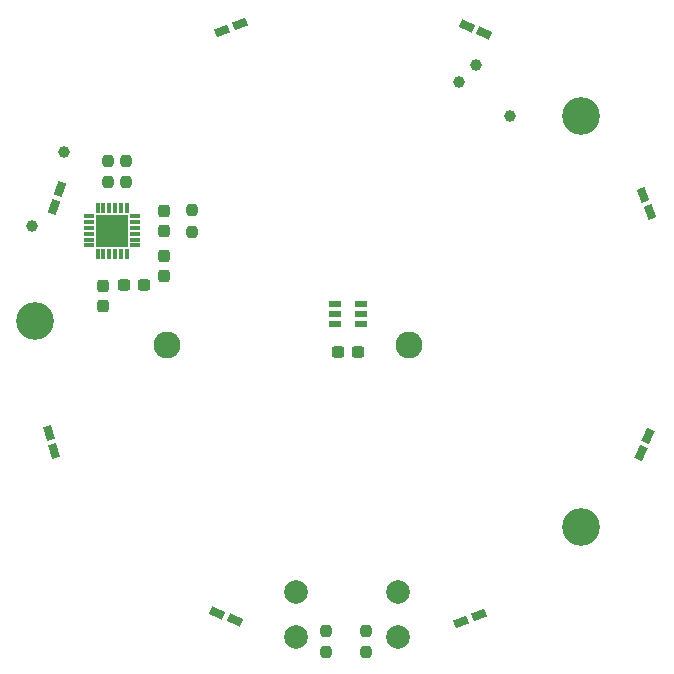
<source format=gts>
%TF.GenerationSoftware,KiCad,Pcbnew,8.0.0*%
%TF.CreationDate,2024-03-28T16:54:28+01:00*%
%TF.ProjectId,BAT2024,42415432-3032-4342-9e6b-696361645f70,1.0*%
%TF.SameCoordinates,Original*%
%TF.FileFunction,Soldermask,Top*%
%TF.FilePolarity,Negative*%
%FSLAX46Y46*%
G04 Gerber Fmt 4.6, Leading zero omitted, Abs format (unit mm)*
G04 Created by KiCad (PCBNEW 8.0.0) date 2024-03-28 16:54:28*
%MOMM*%
%LPD*%
G01*
G04 APERTURE LIST*
G04 Aperture macros list*
%AMRoundRect*
0 Rectangle with rounded corners*
0 $1 Rounding radius*
0 $2 $3 $4 $5 $6 $7 $8 $9 X,Y pos of 4 corners*
0 Add a 4 corners polygon primitive as box body*
4,1,4,$2,$3,$4,$5,$6,$7,$8,$9,$2,$3,0*
0 Add four circle primitives for the rounded corners*
1,1,$1+$1,$2,$3*
1,1,$1+$1,$4,$5*
1,1,$1+$1,$6,$7*
1,1,$1+$1,$8,$9*
0 Add four rect primitives between the rounded corners*
20,1,$1+$1,$2,$3,$4,$5,0*
20,1,$1+$1,$4,$5,$6,$7,0*
20,1,$1+$1,$6,$7,$8,$9,0*
20,1,$1+$1,$8,$9,$2,$3,0*%
%AMRotRect*
0 Rectangle, with rotation*
0 The origin of the aperture is its center*
0 $1 length*
0 $2 width*
0 $3 Rotation angle, in degrees counterclockwise*
0 Add horizontal line*
21,1,$1,$2,0,0,$3*%
G04 Aperture macros list end*
%ADD10C,3.200000*%
%ADD11C,0.990600*%
%ADD12RoundRect,0.237500X-0.237500X0.250000X-0.237500X-0.250000X0.237500X-0.250000X0.237500X0.250000X0*%
%ADD13C,2.010000*%
%ADD14RotRect,0.700000X1.200000X341.000000*%
%ADD15RotRect,0.700000X1.200000X111.000000*%
%ADD16RotRect,0.700000X1.200000X201.000000*%
%ADD17RotRect,0.700000X1.200000X246.000000*%
%ADD18RotRect,0.700000X1.200000X16.000000*%
%ADD19RotRect,0.700000X1.200000X66.000000*%
%ADD20R,0.850000X0.300000*%
%ADD21R,0.300000X0.850000*%
%ADD22R,2.700000X2.700000*%
%ADD23RoundRect,0.237500X-0.237500X0.300000X-0.237500X-0.300000X0.237500X-0.300000X0.237500X0.300000X0*%
%ADD24RoundRect,0.237500X0.237500X-0.250000X0.237500X0.250000X-0.237500X0.250000X-0.237500X-0.250000X0*%
%ADD25RotRect,0.700000X1.200000X156.000000*%
%ADD26RotRect,0.700000X1.200000X291.000000*%
%ADD27R,1.032000X0.622000*%
%ADD28R,1.032000X0.500000*%
%ADD29RoundRect,0.237500X0.300000X0.237500X-0.300000X0.237500X-0.300000X-0.237500X0.300000X-0.237500X0*%
%ADD30RoundRect,0.237500X0.237500X-0.300000X0.237500X0.300000X-0.237500X0.300000X-0.237500X-0.300000X0*%
%ADD31C,2.280000*%
%ADD32C,1.000000*%
G04 APERTURE END LIST*
D10*
%TO.C,H3*%
X87828000Y-57328000D03*
%TD*%
D11*
%TO.C,J2*%
X128024051Y-39924051D03*
X125150369Y-35613528D03*
X123713528Y-37050369D03*
%TD*%
D12*
%TO.C,R8*%
X101128000Y-47915500D03*
X101128000Y-49740500D03*
%TD*%
D13*
%TO.C,J1*%
X118528000Y-80228000D03*
X118528000Y-84028000D03*
X109888000Y-84028000D03*
X109888000Y-80228000D03*
%TD*%
D14*
%TO.C,LED7*%
X89963239Y-46156133D03*
X89442331Y-47668965D03*
%TD*%
D15*
%TO.C,LED4*%
X123923929Y-82782947D03*
X125417657Y-82209559D03*
%TD*%
D16*
%TO.C,LED2*%
X139877074Y-48094776D03*
X139303686Y-46601048D03*
%TD*%
D17*
%TO.C,LED1*%
X125836995Y-32934046D03*
X124375323Y-32283268D03*
%TD*%
D18*
%TO.C,LED6*%
X89448511Y-68345674D03*
X89007489Y-66807656D03*
%TD*%
D12*
%TO.C,R11*%
X93978000Y-43740500D03*
X93978000Y-45565500D03*
%TD*%
D19*
%TO.C,LED5*%
X103275841Y-81990530D03*
X104737513Y-82641308D03*
%TD*%
D20*
%TO.C,IC3*%
X96328000Y-50903000D03*
X96328000Y-50403000D03*
X96328000Y-49903000D03*
X96328000Y-49403000D03*
X96328000Y-48903000D03*
X96328000Y-48403000D03*
D21*
X95628000Y-47703000D03*
X95128000Y-47703000D03*
X94628000Y-47703000D03*
X94128000Y-47703000D03*
X93628000Y-47703000D03*
X93128000Y-47703000D03*
D20*
X92428000Y-48403000D03*
X92428000Y-48903000D03*
X92428000Y-49403000D03*
X92428000Y-49903000D03*
X92428000Y-50403000D03*
X92428000Y-50903000D03*
D21*
X93128000Y-51603000D03*
X93628000Y-51603000D03*
X94128000Y-51603000D03*
X94628000Y-51603000D03*
X95128000Y-51603000D03*
X95628000Y-51603000D03*
D22*
X94378000Y-49653000D03*
%TD*%
D23*
%TO.C,C3*%
X98795500Y-51790500D03*
X98795500Y-53515500D03*
%TD*%
D24*
%TO.C,R4*%
X112462000Y-85340500D03*
X112462000Y-83515500D03*
%TD*%
D12*
%TO.C,R10*%
X95578000Y-43740500D03*
X95578000Y-45565500D03*
%TD*%
D25*
%TO.C,LED3*%
X139102611Y-68458836D03*
X139753389Y-66997164D03*
%TD*%
D23*
%TO.C,C2*%
X93628000Y-54328000D03*
X93628000Y-56053000D03*
%TD*%
D26*
%TO.C,LED8*%
X105188902Y-32141632D03*
X103695174Y-32715020D03*
%TD*%
D24*
%TO.C,R3*%
X115828000Y-85340500D03*
X115828000Y-83515500D03*
%TD*%
D27*
%TO.C,MK1*%
X115438000Y-57596000D03*
D28*
X115438000Y-56712000D03*
D27*
X115438000Y-55828000D03*
X113228000Y-55828000D03*
D28*
X113228000Y-56712000D03*
D27*
X113228000Y-57596000D03*
%TD*%
D29*
%TO.C,C4*%
X97090500Y-54269000D03*
X95365500Y-54269000D03*
%TD*%
%TO.C,C9*%
X115195500Y-59928000D03*
X113470500Y-59928000D03*
%TD*%
D30*
%TO.C,C1*%
X98795500Y-49715500D03*
X98795500Y-47990500D03*
%TD*%
D31*
%TO.C,H1*%
X119518000Y-59328000D03*
X99028000Y-59328000D03*
%TD*%
D10*
%TO.C,H4*%
X134028000Y-74728000D03*
%TD*%
%TO.C,H2*%
X134028000Y-39928000D03*
%TD*%
D32*
%TO.C,S1*%
X87545095Y-49234055D03*
X90310905Y-43021945D03*
%TD*%
M02*

</source>
